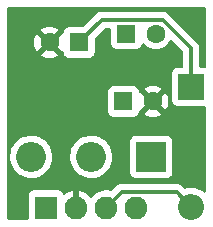
<source format=gbl>
%TF.GenerationSoftware,KiCad,Pcbnew,6.0.0+dfsg1-2*%
%TF.CreationDate,2022-01-11T21:28:19+02:00*%
%TF.ProjectId,borraja,626f7272-616a-4612-9e6b-696361645f70,rev?*%
%TF.SameCoordinates,Original*%
%TF.FileFunction,Copper,L2,Bot*%
%TF.FilePolarity,Positive*%
%FSLAX46Y46*%
G04 Gerber Fmt 4.6, Leading zero omitted, Abs format (unit mm)*
G04 Created by KiCad (PCBNEW 6.0.0+dfsg1-2) date 2022-01-11 21:28:19*
%MOMM*%
%LPD*%
G01*
G04 APERTURE LIST*
%TA.AperFunction,ComponentPad*%
%ADD10R,2.540000X2.540000*%
%TD*%
%TA.AperFunction,ComponentPad*%
%ADD11O,2.540000X2.540000*%
%TD*%
%TA.AperFunction,ComponentPad*%
%ADD12R,2.200000X2.200000*%
%TD*%
%TA.AperFunction,ComponentPad*%
%ADD13O,2.200000X2.200000*%
%TD*%
%TA.AperFunction,ComponentPad*%
%ADD14R,1.930400X1.930400*%
%TD*%
%TA.AperFunction,ComponentPad*%
%ADD15O,1.930400X1.930400*%
%TD*%
%TA.AperFunction,ComponentPad*%
%ADD16R,1.600000X1.600000*%
%TD*%
%TA.AperFunction,ComponentPad*%
%ADD17C,1.600000*%
%TD*%
%TA.AperFunction,ViaPad*%
%ADD18C,0.800000*%
%TD*%
%TA.AperFunction,Conductor*%
%ADD19C,0.350000*%
%TD*%
G04 APERTURE END LIST*
D10*
%TO.P,RV1,1,1*%
%TO.N,Net-(C1-Pad1)*%
X151108500Y-97183500D03*
D11*
%TO.P,RV1,2,2*%
X146028500Y-97183500D03*
%TO.P,RV1,3,3*%
%TO.N,Net-(R3-Pad1)*%
X140948500Y-97183500D03*
%TD*%
D12*
%TO.P,D1,1,K*%
%TO.N,VCC*%
X154500000Y-91250000D03*
D13*
%TO.P,D1,2,A*%
%TO.N,+9V*%
X154500000Y-101410000D03*
%TD*%
D14*
%TO.P,J1,1,Pin_1*%
%TO.N,IN*%
X142190000Y-101500000D03*
D15*
%TO.P,J1,2,Pin_2*%
%TO.N,GND*%
X144730000Y-101500000D03*
%TO.P,J1,3,Pin_3*%
%TO.N,+9V*%
X147270000Y-101500000D03*
%TO.P,J1,4,Pin_4*%
%TO.N,OUT*%
X149810000Y-101500000D03*
%TD*%
D16*
%TO.P,C3,1*%
%TO.N,VCC*%
X145000000Y-87500000D03*
D17*
%TO.P,C3,2*%
%TO.N,GND*%
X142500000Y-87500000D03*
%TD*%
D16*
%TO.P,C2,1*%
%TO.N,Net-(R2-Pad2)*%
X149000000Y-86750000D03*
D17*
%TO.P,C2,2*%
%TO.N,OUT*%
X151500000Y-86750000D03*
%TD*%
D16*
%TO.P,C1,1*%
%TO.N,Net-(C1-Pad1)*%
X148750000Y-92500000D03*
D17*
%TO.P,C1,2*%
%TO.N,GND*%
X151250000Y-92500000D03*
%TD*%
D18*
%TO.N,GND*%
X154500000Y-98500000D03*
%TD*%
D19*
%TO.N,VCC*%
X152064001Y-85574999D02*
X146925001Y-85574999D01*
X154500000Y-88010998D02*
X152064001Y-85574999D01*
X146925001Y-85574999D02*
X145000000Y-87500000D01*
X154500000Y-91250000D02*
X154500000Y-88010998D01*
%TO.N,+9V*%
X148610201Y-100159799D02*
X153249799Y-100159799D01*
X147270000Y-101500000D02*
X148610201Y-100159799D01*
X153249799Y-100159799D02*
X154500000Y-101410000D01*
%TD*%
%TA.AperFunction,Conductor*%
%TO.N,GND*%
G36*
X155684121Y-84528002D02*
G01*
X155730614Y-84581658D01*
X155742000Y-84634000D01*
X155742000Y-89515500D01*
X155721998Y-89583621D01*
X155668342Y-89630114D01*
X155616000Y-89641500D01*
X155309500Y-89641500D01*
X155241379Y-89621498D01*
X155194886Y-89567842D01*
X155183500Y-89515500D01*
X155183500Y-88039054D01*
X155183792Y-88030484D01*
X155186195Y-87995229D01*
X155187577Y-87974964D01*
X155182132Y-87943761D01*
X155176997Y-87914340D01*
X155176034Y-87907817D01*
X155169558Y-87854306D01*
X155169558Y-87854305D01*
X155168645Y-87846763D01*
X155165959Y-87839653D01*
X155164754Y-87834750D01*
X155161886Y-87824264D01*
X155160439Y-87819472D01*
X155159134Y-87811994D01*
X155148732Y-87788297D01*
X155134405Y-87755657D01*
X155131914Y-87749552D01*
X155112855Y-87699116D01*
X155112853Y-87699113D01*
X155110169Y-87692009D01*
X155105869Y-87685752D01*
X155103533Y-87681284D01*
X155098275Y-87671838D01*
X155095693Y-87667472D01*
X155092638Y-87660513D01*
X155055177Y-87611694D01*
X155051314Y-87606375D01*
X155020769Y-87561933D01*
X155016466Y-87555672D01*
X154971676Y-87515765D01*
X154966402Y-87510785D01*
X152567157Y-85111540D01*
X152561303Y-85105275D01*
X152529705Y-85069054D01*
X152524711Y-85063329D01*
X152474346Y-85027933D01*
X152469078Y-85024019D01*
X152426650Y-84990751D01*
X152420673Y-84986064D01*
X152413749Y-84982938D01*
X152409440Y-84980328D01*
X152400025Y-84974957D01*
X152395577Y-84972572D01*
X152389362Y-84968204D01*
X152332040Y-84945855D01*
X152325972Y-84943305D01*
X152269896Y-84917985D01*
X152262419Y-84916599D01*
X152257599Y-84915089D01*
X152247166Y-84912117D01*
X152242305Y-84910869D01*
X152235229Y-84908110D01*
X152174239Y-84900081D01*
X152167723Y-84899049D01*
X152114701Y-84889222D01*
X152107234Y-84887838D01*
X152099654Y-84888275D01*
X152099653Y-84888275D01*
X152047359Y-84891290D01*
X152040107Y-84891499D01*
X146953057Y-84891499D01*
X146944487Y-84891207D01*
X146943444Y-84891136D01*
X146888967Y-84887422D01*
X146881490Y-84888727D01*
X146881487Y-84888727D01*
X146828343Y-84898002D01*
X146821820Y-84898965D01*
X146768309Y-84905441D01*
X146768308Y-84905441D01*
X146760766Y-84906354D01*
X146753656Y-84909040D01*
X146748753Y-84910245D01*
X146738301Y-84913104D01*
X146733485Y-84914558D01*
X146725997Y-84915865D01*
X146669628Y-84940609D01*
X146663589Y-84943074D01*
X146606012Y-84964830D01*
X146599749Y-84969135D01*
X146595259Y-84971482D01*
X146585808Y-84976742D01*
X146581467Y-84979309D01*
X146574516Y-84982360D01*
X146568496Y-84986979D01*
X146568488Y-84986984D01*
X146525699Y-85019818D01*
X146520385Y-85023680D01*
X146469675Y-85058533D01*
X146464625Y-85064201D01*
X146429769Y-85103322D01*
X146424788Y-85108597D01*
X145378790Y-86154595D01*
X145316478Y-86188621D01*
X145289695Y-86191500D01*
X144151866Y-86191500D01*
X144089684Y-86198255D01*
X143953295Y-86249385D01*
X143836739Y-86336739D01*
X143749385Y-86453295D01*
X143698255Y-86589684D01*
X143691500Y-86651866D01*
X143691500Y-86655185D01*
X143667847Y-86722110D01*
X143621844Y-86757804D01*
X143622859Y-86759734D01*
X143612000Y-86765442D01*
X143611755Y-86765632D01*
X143611597Y-86765653D01*
X143573566Y-86785644D01*
X142872022Y-87487188D01*
X142864408Y-87501132D01*
X142864539Y-87502965D01*
X142868790Y-87509580D01*
X143574287Y-88215077D01*
X143616029Y-88237871D01*
X143626029Y-88240047D01*
X143676227Y-88290253D01*
X143691451Y-88343814D01*
X143691500Y-88344717D01*
X143691500Y-88348134D01*
X143698255Y-88410316D01*
X143749385Y-88546705D01*
X143836739Y-88663261D01*
X143953295Y-88750615D01*
X144089684Y-88801745D01*
X144151866Y-88808500D01*
X145848134Y-88808500D01*
X145910316Y-88801745D01*
X146046705Y-88750615D01*
X146163261Y-88663261D01*
X146250615Y-88546705D01*
X146301745Y-88410316D01*
X146308500Y-88348134D01*
X146308500Y-87210305D01*
X146328502Y-87142184D01*
X146345405Y-87121210D01*
X147171211Y-86295404D01*
X147233523Y-86261378D01*
X147260306Y-86258499D01*
X147565500Y-86258499D01*
X147633621Y-86278501D01*
X147680114Y-86332157D01*
X147691500Y-86384499D01*
X147691500Y-87598134D01*
X147698255Y-87660316D01*
X147749385Y-87796705D01*
X147836739Y-87913261D01*
X147953295Y-88000615D01*
X148089684Y-88051745D01*
X148151866Y-88058500D01*
X149848134Y-88058500D01*
X149910316Y-88051745D01*
X150046705Y-88000615D01*
X150163261Y-87913261D01*
X150250615Y-87796705D01*
X150301745Y-87660316D01*
X150303691Y-87661046D01*
X150333545Y-87608795D01*
X150396503Y-87575979D01*
X150467207Y-87582409D01*
X150510000Y-87610498D01*
X150655700Y-87756198D01*
X150660208Y-87759355D01*
X150660211Y-87759357D01*
X150701542Y-87788297D01*
X150843251Y-87887523D01*
X150848233Y-87889846D01*
X150848238Y-87889849D01*
X151014729Y-87967484D01*
X151050757Y-87984284D01*
X151056065Y-87985706D01*
X151056067Y-87985707D01*
X151266598Y-88042119D01*
X151266600Y-88042119D01*
X151271913Y-88043543D01*
X151500000Y-88063498D01*
X151728087Y-88043543D01*
X151733400Y-88042119D01*
X151733402Y-88042119D01*
X151943933Y-87985707D01*
X151943935Y-87985706D01*
X151949243Y-87984284D01*
X151985271Y-87967484D01*
X152151762Y-87889849D01*
X152151767Y-87889846D01*
X152156749Y-87887523D01*
X152298458Y-87788297D01*
X152339789Y-87759357D01*
X152339792Y-87759355D01*
X152344300Y-87756198D01*
X152506198Y-87594300D01*
X152514525Y-87582409D01*
X152634366Y-87411257D01*
X152637523Y-87406749D01*
X152639846Y-87401768D01*
X152639852Y-87401757D01*
X152654213Y-87370959D01*
X152701130Y-87317674D01*
X152769407Y-87298214D01*
X152837367Y-87318756D01*
X152857502Y-87335115D01*
X153779595Y-88257208D01*
X153813621Y-88319520D01*
X153816500Y-88346303D01*
X153816500Y-89515500D01*
X153796498Y-89583621D01*
X153742842Y-89630114D01*
X153690500Y-89641500D01*
X153351866Y-89641500D01*
X153289684Y-89648255D01*
X153153295Y-89699385D01*
X153036739Y-89786739D01*
X152949385Y-89903295D01*
X152898255Y-90039684D01*
X152891500Y-90101866D01*
X152891500Y-92398134D01*
X152898255Y-92460316D01*
X152949385Y-92596705D01*
X153036739Y-92713261D01*
X153153295Y-92800615D01*
X153289684Y-92851745D01*
X153351866Y-92858500D01*
X155616000Y-92858500D01*
X155684121Y-92878502D01*
X155730614Y-92932158D01*
X155742000Y-92984500D01*
X155742000Y-100082135D01*
X155721998Y-100150256D01*
X155668342Y-100196749D01*
X155598068Y-100206853D01*
X155534170Y-100177946D01*
X155452142Y-100107888D01*
X155452138Y-100107885D01*
X155448376Y-100104672D01*
X155232502Y-99972384D01*
X155227932Y-99970491D01*
X155227928Y-99970489D01*
X155003164Y-99877389D01*
X155003162Y-99877388D01*
X154998591Y-99875495D01*
X154846640Y-99839015D01*
X154757216Y-99817546D01*
X154757210Y-99817545D01*
X154752403Y-99816391D01*
X154500000Y-99796526D01*
X154247597Y-99816391D01*
X154242790Y-99817545D01*
X154242784Y-99817546D01*
X154074708Y-99857898D01*
X154014138Y-99872439D01*
X153943231Y-99868892D01*
X153895630Y-99839015D01*
X153752955Y-99696340D01*
X153747101Y-99690075D01*
X153715503Y-99653854D01*
X153710509Y-99648129D01*
X153660144Y-99612733D01*
X153654876Y-99608819D01*
X153654468Y-99608499D01*
X153606471Y-99570864D01*
X153599547Y-99567738D01*
X153595238Y-99565128D01*
X153585823Y-99559757D01*
X153581375Y-99557372D01*
X153575160Y-99553004D01*
X153517838Y-99530655D01*
X153511770Y-99528105D01*
X153455694Y-99502785D01*
X153448217Y-99501399D01*
X153443397Y-99499889D01*
X153432964Y-99496917D01*
X153428103Y-99495669D01*
X153421027Y-99492910D01*
X153360037Y-99484881D01*
X153353521Y-99483849D01*
X153300499Y-99474022D01*
X153293032Y-99472638D01*
X153285452Y-99473075D01*
X153285451Y-99473075D01*
X153233157Y-99476090D01*
X153225905Y-99476299D01*
X148638246Y-99476299D01*
X148629677Y-99476007D01*
X148581743Y-99472739D01*
X148581739Y-99472739D01*
X148574167Y-99472223D01*
X148566690Y-99473528D01*
X148566687Y-99473528D01*
X148513554Y-99482801D01*
X148507030Y-99483764D01*
X148453510Y-99490241D01*
X148445966Y-99491154D01*
X148438856Y-99493841D01*
X148433953Y-99495045D01*
X148423467Y-99497913D01*
X148418675Y-99499360D01*
X148411197Y-99500665D01*
X148404245Y-99503717D01*
X148404244Y-99503717D01*
X148354857Y-99525395D01*
X148348752Y-99527886D01*
X148298326Y-99546941D01*
X148298320Y-99546944D01*
X148291212Y-99549630D01*
X148284948Y-99553936D01*
X148280452Y-99556286D01*
X148271020Y-99561536D01*
X148266674Y-99564106D01*
X148259715Y-99567161D01*
X148253685Y-99571788D01*
X148210892Y-99604623D01*
X148205567Y-99608492D01*
X148154875Y-99643333D01*
X148149824Y-99649002D01*
X148149823Y-99649003D01*
X148114969Y-99688122D01*
X148109988Y-99693397D01*
X147766127Y-100037258D01*
X147703815Y-100071284D01*
X147647788Y-100070048D01*
X147647741Y-100070309D01*
X147409163Y-100027812D01*
X147315625Y-100026669D01*
X147172018Y-100024914D01*
X147172016Y-100024914D01*
X147166848Y-100024851D01*
X146927303Y-100061507D01*
X146696961Y-100136794D01*
X146482009Y-100248691D01*
X146477876Y-100251794D01*
X146477873Y-100251796D01*
X146292353Y-100391088D01*
X146288218Y-100394193D01*
X146120795Y-100569392D01*
X146117883Y-100573661D01*
X146117878Y-100573667D01*
X146104935Y-100592640D01*
X146050023Y-100637642D01*
X145979498Y-100645812D01*
X145915751Y-100614556D01*
X145901021Y-100598515D01*
X145897718Y-100594227D01*
X145741641Y-100422700D01*
X145734108Y-100415674D01*
X145552104Y-100271936D01*
X145543532Y-100266240D01*
X145340492Y-100154156D01*
X145331095Y-100149933D01*
X145112480Y-100072518D01*
X145102530Y-100069889D01*
X145001836Y-100051953D01*
X144988540Y-100053412D01*
X144984000Y-100067968D01*
X144984000Y-101628000D01*
X144963998Y-101696121D01*
X144910342Y-101742614D01*
X144858000Y-101754000D01*
X144602000Y-101754000D01*
X144533879Y-101733998D01*
X144487386Y-101680342D01*
X144476000Y-101628000D01*
X144476000Y-100066555D01*
X144472082Y-100053211D01*
X144457806Y-100051224D01*
X144392532Y-100061213D01*
X144382504Y-100063602D01*
X144162073Y-100135650D01*
X144152564Y-100139647D01*
X143946865Y-100246727D01*
X143938140Y-100252221D01*
X143802881Y-100353777D01*
X143736396Y-100378683D01*
X143667001Y-100363691D01*
X143616727Y-100313560D01*
X143609246Y-100297247D01*
X143608967Y-100296503D01*
X143605815Y-100288095D01*
X143518461Y-100171539D01*
X143401905Y-100084185D01*
X143265516Y-100033055D01*
X143203334Y-100026300D01*
X141176666Y-100026300D01*
X141114484Y-100033055D01*
X140978095Y-100084185D01*
X140861539Y-100171539D01*
X140774185Y-100288095D01*
X140723055Y-100424484D01*
X140716300Y-100486666D01*
X140716300Y-102366000D01*
X140696298Y-102434121D01*
X140642642Y-102480614D01*
X140590300Y-102492000D01*
X139034000Y-102492000D01*
X138965879Y-102471998D01*
X138919386Y-102418342D01*
X138908000Y-102366000D01*
X138908000Y-97136814D01*
X139165624Y-97136814D01*
X139165848Y-97141480D01*
X139165848Y-97141485D01*
X139168018Y-97186660D01*
X139178307Y-97400852D01*
X139229878Y-97660116D01*
X139231457Y-97664514D01*
X139231459Y-97664521D01*
X139317621Y-97904501D01*
X139319204Y-97908910D01*
X139321421Y-97913036D01*
X139388801Y-98038436D01*
X139444322Y-98141767D01*
X139447117Y-98145511D01*
X139447119Y-98145513D01*
X139530243Y-98256829D01*
X139602485Y-98353573D01*
X139605792Y-98356851D01*
X139605797Y-98356857D01*
X139705379Y-98455573D01*
X139790218Y-98539674D01*
X140003396Y-98695983D01*
X140007531Y-98698159D01*
X140007535Y-98698161D01*
X140130793Y-98763010D01*
X140237336Y-98819065D01*
X140377391Y-98867974D01*
X140480884Y-98904115D01*
X140486900Y-98906216D01*
X140491493Y-98907088D01*
X140742015Y-98954651D01*
X140742018Y-98954651D01*
X140746604Y-98955522D01*
X140878673Y-98960711D01*
X141006075Y-98965718D01*
X141006081Y-98965718D01*
X141010743Y-98965901D01*
X141273515Y-98937122D01*
X141278026Y-98935934D01*
X141278028Y-98935934D01*
X141524624Y-98871011D01*
X141524626Y-98871010D01*
X141529147Y-98869820D01*
X141533444Y-98867974D01*
X141767729Y-98767317D01*
X141767731Y-98767316D01*
X141772023Y-98765472D01*
X141996807Y-98626371D01*
X142061960Y-98571215D01*
X142194996Y-98458593D01*
X142194998Y-98458591D01*
X142198563Y-98455573D01*
X142372856Y-98256829D01*
X142446867Y-98141767D01*
X142513331Y-98038436D01*
X142515859Y-98034506D01*
X142624430Y-97793488D01*
X142696183Y-97539070D01*
X142729543Y-97276840D01*
X142731987Y-97183500D01*
X142728518Y-97136814D01*
X144245624Y-97136814D01*
X144245848Y-97141480D01*
X144245848Y-97141485D01*
X144248018Y-97186660D01*
X144258307Y-97400852D01*
X144309878Y-97660116D01*
X144311457Y-97664514D01*
X144311459Y-97664521D01*
X144397621Y-97904501D01*
X144399204Y-97908910D01*
X144401421Y-97913036D01*
X144468801Y-98038436D01*
X144524322Y-98141767D01*
X144527117Y-98145511D01*
X144527119Y-98145513D01*
X144610243Y-98256829D01*
X144682485Y-98353573D01*
X144685792Y-98356851D01*
X144685797Y-98356857D01*
X144785379Y-98455573D01*
X144870218Y-98539674D01*
X145083396Y-98695983D01*
X145087531Y-98698159D01*
X145087535Y-98698161D01*
X145210793Y-98763010D01*
X145317336Y-98819065D01*
X145457391Y-98867974D01*
X145560884Y-98904115D01*
X145566900Y-98906216D01*
X145571493Y-98907088D01*
X145822015Y-98954651D01*
X145822018Y-98954651D01*
X145826604Y-98955522D01*
X145958673Y-98960711D01*
X146086075Y-98965718D01*
X146086081Y-98965718D01*
X146090743Y-98965901D01*
X146353515Y-98937122D01*
X146358026Y-98935934D01*
X146358028Y-98935934D01*
X146604624Y-98871011D01*
X146604626Y-98871010D01*
X146609147Y-98869820D01*
X146613444Y-98867974D01*
X146847729Y-98767317D01*
X146847731Y-98767316D01*
X146852023Y-98765472D01*
X147076807Y-98626371D01*
X147141960Y-98571215D01*
X147224153Y-98501634D01*
X149330000Y-98501634D01*
X149336755Y-98563816D01*
X149387885Y-98700205D01*
X149475239Y-98816761D01*
X149591795Y-98904115D01*
X149728184Y-98955245D01*
X149790366Y-98962000D01*
X152426634Y-98962000D01*
X152488816Y-98955245D01*
X152625205Y-98904115D01*
X152741761Y-98816761D01*
X152829115Y-98700205D01*
X152880245Y-98563816D01*
X152887000Y-98501634D01*
X152887000Y-95865366D01*
X152880245Y-95803184D01*
X152829115Y-95666795D01*
X152741761Y-95550239D01*
X152625205Y-95462885D01*
X152488816Y-95411755D01*
X152426634Y-95405000D01*
X149790366Y-95405000D01*
X149728184Y-95411755D01*
X149591795Y-95462885D01*
X149475239Y-95550239D01*
X149387885Y-95666795D01*
X149336755Y-95803184D01*
X149330000Y-95865366D01*
X149330000Y-98501634D01*
X147224153Y-98501634D01*
X147274996Y-98458593D01*
X147274998Y-98458591D01*
X147278563Y-98455573D01*
X147452856Y-98256829D01*
X147526867Y-98141767D01*
X147593331Y-98038436D01*
X147595859Y-98034506D01*
X147704430Y-97793488D01*
X147776183Y-97539070D01*
X147809543Y-97276840D01*
X147811987Y-97183500D01*
X147792397Y-96919884D01*
X147734057Y-96662059D01*
X147718528Y-96622126D01*
X147639942Y-96420042D01*
X147639941Y-96420040D01*
X147638249Y-96415689D01*
X147612035Y-96369823D01*
X147509397Y-96190245D01*
X147507078Y-96186187D01*
X147343425Y-95978594D01*
X147150885Y-95797470D01*
X147113712Y-95771682D01*
X146937526Y-95649458D01*
X146937521Y-95649455D01*
X146933688Y-95646796D01*
X146929497Y-95644729D01*
X146700794Y-95531945D01*
X146700791Y-95531944D01*
X146696606Y-95529880D01*
X146639650Y-95511648D01*
X146487314Y-95462885D01*
X146444847Y-95449291D01*
X146302325Y-95426080D01*
X146188553Y-95407551D01*
X146188552Y-95407551D01*
X146183941Y-95406800D01*
X146051781Y-95405070D01*
X145924298Y-95403401D01*
X145924295Y-95403401D01*
X145919621Y-95403340D01*
X145657692Y-95438986D01*
X145653202Y-95440295D01*
X145653196Y-95440296D01*
X145557220Y-95468271D01*
X145403910Y-95512957D01*
X145399663Y-95514915D01*
X145399660Y-95514916D01*
X145334711Y-95544858D01*
X145163848Y-95623627D01*
X145159939Y-95626190D01*
X144946695Y-95765999D01*
X144946690Y-95766003D01*
X144942782Y-95768565D01*
X144745567Y-95944586D01*
X144576536Y-96147824D01*
X144439401Y-96373814D01*
X144337177Y-96617591D01*
X144336026Y-96622123D01*
X144336025Y-96622126D01*
X144324726Y-96666616D01*
X144272108Y-96873801D01*
X144245624Y-97136814D01*
X142728518Y-97136814D01*
X142712397Y-96919884D01*
X142654057Y-96662059D01*
X142638528Y-96622126D01*
X142559942Y-96420042D01*
X142559941Y-96420040D01*
X142558249Y-96415689D01*
X142532035Y-96369823D01*
X142429397Y-96190245D01*
X142427078Y-96186187D01*
X142263425Y-95978594D01*
X142070885Y-95797470D01*
X142033712Y-95771682D01*
X141857526Y-95649458D01*
X141857521Y-95649455D01*
X141853688Y-95646796D01*
X141849497Y-95644729D01*
X141620794Y-95531945D01*
X141620791Y-95531944D01*
X141616606Y-95529880D01*
X141559650Y-95511648D01*
X141407314Y-95462885D01*
X141364847Y-95449291D01*
X141222325Y-95426080D01*
X141108553Y-95407551D01*
X141108552Y-95407551D01*
X141103941Y-95406800D01*
X140971781Y-95405070D01*
X140844298Y-95403401D01*
X140844295Y-95403401D01*
X140839621Y-95403340D01*
X140577692Y-95438986D01*
X140573202Y-95440295D01*
X140573196Y-95440296D01*
X140477220Y-95468271D01*
X140323910Y-95512957D01*
X140319663Y-95514915D01*
X140319660Y-95514916D01*
X140254711Y-95544858D01*
X140083848Y-95623627D01*
X140079939Y-95626190D01*
X139866695Y-95765999D01*
X139866690Y-95766003D01*
X139862782Y-95768565D01*
X139665567Y-95944586D01*
X139496536Y-96147824D01*
X139359401Y-96373814D01*
X139257177Y-96617591D01*
X139256026Y-96622123D01*
X139256025Y-96622126D01*
X139244726Y-96666616D01*
X139192108Y-96873801D01*
X139165624Y-97136814D01*
X138908000Y-97136814D01*
X138908000Y-93348134D01*
X147441500Y-93348134D01*
X147448255Y-93410316D01*
X147499385Y-93546705D01*
X147586739Y-93663261D01*
X147703295Y-93750615D01*
X147839684Y-93801745D01*
X147901866Y-93808500D01*
X149598134Y-93808500D01*
X149660316Y-93801745D01*
X149796705Y-93750615D01*
X149913261Y-93663261D01*
X149971119Y-93586062D01*
X150528493Y-93586062D01*
X150537789Y-93598077D01*
X150588994Y-93633931D01*
X150598489Y-93639414D01*
X150795947Y-93731490D01*
X150806239Y-93735236D01*
X151016688Y-93791625D01*
X151027481Y-93793528D01*
X151244525Y-93812517D01*
X151255475Y-93812517D01*
X151472519Y-93793528D01*
X151483312Y-93791625D01*
X151693761Y-93735236D01*
X151704053Y-93731490D01*
X151901511Y-93639414D01*
X151911006Y-93633931D01*
X151963048Y-93597491D01*
X151971424Y-93587012D01*
X151964356Y-93573566D01*
X151262812Y-92872022D01*
X151248868Y-92864408D01*
X151247035Y-92864539D01*
X151240420Y-92868790D01*
X150534923Y-93574287D01*
X150528493Y-93586062D01*
X149971119Y-93586062D01*
X150000615Y-93546705D01*
X150051745Y-93410316D01*
X150058500Y-93348134D01*
X150058500Y-93344815D01*
X150082153Y-93277890D01*
X150128156Y-93242196D01*
X150127141Y-93240266D01*
X150138000Y-93234558D01*
X150138245Y-93234368D01*
X150138403Y-93234347D01*
X150176434Y-93214356D01*
X150877978Y-92512812D01*
X150884356Y-92501132D01*
X151614408Y-92501132D01*
X151614539Y-92502965D01*
X151618790Y-92509580D01*
X152324287Y-93215077D01*
X152336062Y-93221507D01*
X152348077Y-93212211D01*
X152383931Y-93161006D01*
X152389414Y-93151511D01*
X152481490Y-92954053D01*
X152485236Y-92943761D01*
X152541625Y-92733312D01*
X152543528Y-92722519D01*
X152562517Y-92505475D01*
X152562517Y-92494525D01*
X152543528Y-92277481D01*
X152541625Y-92266688D01*
X152485236Y-92056239D01*
X152481490Y-92045947D01*
X152389414Y-91848489D01*
X152383931Y-91838994D01*
X152347491Y-91786952D01*
X152337012Y-91778576D01*
X152323566Y-91785644D01*
X151622022Y-92487188D01*
X151614408Y-92501132D01*
X150884356Y-92501132D01*
X150885592Y-92498868D01*
X150885461Y-92497035D01*
X150881210Y-92490420D01*
X150175713Y-91784923D01*
X150133971Y-91762129D01*
X150123971Y-91759953D01*
X150073773Y-91709747D01*
X150058549Y-91656186D01*
X150058500Y-91655281D01*
X150058500Y-91651866D01*
X150051745Y-91589684D01*
X150000615Y-91453295D01*
X149970407Y-91412988D01*
X150528576Y-91412988D01*
X150535644Y-91426434D01*
X151237188Y-92127978D01*
X151251132Y-92135592D01*
X151252965Y-92135461D01*
X151259580Y-92131210D01*
X151965077Y-91425713D01*
X151971507Y-91413938D01*
X151962211Y-91401923D01*
X151911006Y-91366069D01*
X151901511Y-91360586D01*
X151704053Y-91268510D01*
X151693761Y-91264764D01*
X151483312Y-91208375D01*
X151472519Y-91206472D01*
X151255475Y-91187483D01*
X151244525Y-91187483D01*
X151027481Y-91206472D01*
X151016688Y-91208375D01*
X150806239Y-91264764D01*
X150795947Y-91268510D01*
X150598489Y-91360586D01*
X150588994Y-91366069D01*
X150536952Y-91402509D01*
X150528576Y-91412988D01*
X149970407Y-91412988D01*
X149913261Y-91336739D01*
X149796705Y-91249385D01*
X149660316Y-91198255D01*
X149598134Y-91191500D01*
X147901866Y-91191500D01*
X147839684Y-91198255D01*
X147703295Y-91249385D01*
X147586739Y-91336739D01*
X147499385Y-91453295D01*
X147448255Y-91589684D01*
X147441500Y-91651866D01*
X147441500Y-93348134D01*
X138908000Y-93348134D01*
X138908000Y-88586062D01*
X141778493Y-88586062D01*
X141787789Y-88598077D01*
X141838994Y-88633931D01*
X141848489Y-88639414D01*
X142045947Y-88731490D01*
X142056239Y-88735236D01*
X142266688Y-88791625D01*
X142277481Y-88793528D01*
X142494525Y-88812517D01*
X142505475Y-88812517D01*
X142722519Y-88793528D01*
X142733312Y-88791625D01*
X142943761Y-88735236D01*
X142954053Y-88731490D01*
X143151511Y-88639414D01*
X143161006Y-88633931D01*
X143213048Y-88597491D01*
X143221424Y-88587012D01*
X143214356Y-88573566D01*
X142512812Y-87872022D01*
X142498868Y-87864408D01*
X142497035Y-87864539D01*
X142490420Y-87868790D01*
X141784923Y-88574287D01*
X141778493Y-88586062D01*
X138908000Y-88586062D01*
X138908000Y-87505475D01*
X141187483Y-87505475D01*
X141206472Y-87722519D01*
X141208375Y-87733312D01*
X141264764Y-87943761D01*
X141268510Y-87954053D01*
X141360586Y-88151511D01*
X141366069Y-88161006D01*
X141402509Y-88213048D01*
X141412988Y-88221424D01*
X141426434Y-88214356D01*
X142127978Y-87512812D01*
X142135592Y-87498868D01*
X142135461Y-87497035D01*
X142131210Y-87490420D01*
X141425713Y-86784923D01*
X141413938Y-86778493D01*
X141401923Y-86787789D01*
X141366069Y-86838994D01*
X141360586Y-86848489D01*
X141268510Y-87045947D01*
X141264764Y-87056239D01*
X141208375Y-87266688D01*
X141206472Y-87277481D01*
X141187483Y-87494525D01*
X141187483Y-87505475D01*
X138908000Y-87505475D01*
X138908000Y-86412988D01*
X141778576Y-86412988D01*
X141785644Y-86426434D01*
X142487188Y-87127978D01*
X142501132Y-87135592D01*
X142502965Y-87135461D01*
X142509580Y-87131210D01*
X143215077Y-86425713D01*
X143221507Y-86413938D01*
X143212211Y-86401923D01*
X143161006Y-86366069D01*
X143151511Y-86360586D01*
X142954053Y-86268510D01*
X142943761Y-86264764D01*
X142733312Y-86208375D01*
X142722519Y-86206472D01*
X142505475Y-86187483D01*
X142494525Y-86187483D01*
X142277481Y-86206472D01*
X142266688Y-86208375D01*
X142056239Y-86264764D01*
X142045947Y-86268510D01*
X141848489Y-86360586D01*
X141838994Y-86366069D01*
X141786952Y-86402509D01*
X141778576Y-86412988D01*
X138908000Y-86412988D01*
X138908000Y-84634000D01*
X138928002Y-84565879D01*
X138981658Y-84519386D01*
X139034000Y-84508000D01*
X155616000Y-84508000D01*
X155684121Y-84528002D01*
G37*
%TD.AperFunction*%
%TD*%
M02*

</source>
